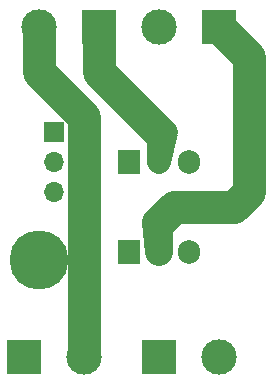
<source format=gbr>
%TF.GenerationSoftware,KiCad,Pcbnew,(5.1.10)-1*%
%TF.CreationDate,2022-01-11T17:46:35-08:00*%
%TF.ProjectId,lowering platform,6c6f7765-7269-46e6-9720-706c6174666f,rev?*%
%TF.SameCoordinates,Original*%
%TF.FileFunction,Copper,L2,Bot*%
%TF.FilePolarity,Positive*%
%FSLAX46Y46*%
G04 Gerber Fmt 4.6, Leading zero omitted, Abs format (unit mm)*
G04 Created by KiCad (PCBNEW (5.1.10)-1) date 2022-01-11 17:46:35*
%MOMM*%
%LPD*%
G01*
G04 APERTURE LIST*
%TA.AperFunction,ComponentPad*%
%ADD10R,1.700000X1.700000*%
%TD*%
%TA.AperFunction,ComponentPad*%
%ADD11O,1.700000X1.700000*%
%TD*%
%TA.AperFunction,ComponentPad*%
%ADD12R,3.000000X3.000000*%
%TD*%
%TA.AperFunction,ComponentPad*%
%ADD13C,3.000000*%
%TD*%
%TA.AperFunction,ComponentPad*%
%ADD14R,1.905000X2.000000*%
%TD*%
%TA.AperFunction,ComponentPad*%
%ADD15O,1.905000X2.000000*%
%TD*%
%TA.AperFunction,ViaPad*%
%ADD16C,5.000000*%
%TD*%
%TA.AperFunction,Conductor*%
%ADD17C,2.030000*%
%TD*%
%TA.AperFunction,Conductor*%
%ADD18C,2.760000*%
%TD*%
%TA.AperFunction,Conductor*%
%ADD19C,2.400000*%
%TD*%
%TA.AperFunction,Conductor*%
%ADD20C,0.250000*%
%TD*%
%TA.AperFunction,Conductor*%
%ADD21C,2.790000*%
%TD*%
G04 APERTURE END LIST*
D10*
%TO.P,J2,1*%
%TO.N,COM*%
X146050000Y-90170000D03*
D11*
%TO.P,J2,2*%
%TO.N,G_BRUSH*%
X146050000Y-92710000D03*
%TO.P,J2,3*%
%TO.N,G_LIGHT*%
X146050000Y-95250000D03*
%TD*%
D12*
%TO.P,J1,1*%
%TO.N,COM*%
X143510000Y-109220000D03*
D13*
%TO.P,J1,2*%
%TO.N,+12V*%
X148590000Y-109220000D03*
%TD*%
D12*
%TO.P,J3,2*%
%TO.N,D_BRUSH*%
X149860000Y-81280000D03*
D13*
%TO.P,J3,3*%
%TO.N,+5V*%
X154940000Y-81280000D03*
%TO.P,J3,1*%
%TO.N,+12V*%
X144780000Y-81280000D03*
D12*
%TO.P,J3,4*%
%TO.N,D_LIGHT*%
X160020000Y-81280000D03*
%TD*%
D13*
%TO.P,J4,2*%
%TO.N,+5V*%
X160020000Y-109220000D03*
D12*
%TO.P,J4,1*%
%TO.N,COM*%
X154940000Y-109220000D03*
%TD*%
D14*
%TO.P,Q1,1*%
%TO.N,G_BRUSH*%
X152400000Y-92710000D03*
D15*
%TO.P,Q1,2*%
%TO.N,D_BRUSH*%
X154940000Y-92710000D03*
%TO.P,Q1,3*%
%TO.N,COM*%
X157480000Y-92710000D03*
%TD*%
%TO.P,Q2,3*%
%TO.N,COM*%
X157480000Y-100330000D03*
%TO.P,Q2,2*%
%TO.N,D_LIGHT*%
X154940000Y-100330000D03*
D14*
%TO.P,Q2,1*%
%TO.N,G_LIGHT*%
X152400000Y-100330000D03*
%TD*%
D16*
%TO.N,*%
X144780000Y-101000000D03*
%TD*%
D17*
%TO.N,D_BRUSH*%
X154940000Y-92710000D02*
X155500000Y-90170000D01*
D18*
%TO.N,+12V*%
X144780000Y-81280000D02*
X144780000Y-85090000D01*
X144780000Y-85090000D02*
X148590000Y-88900000D01*
X148590000Y-88900000D02*
X148590000Y-109220000D01*
D17*
%TO.N,D_BRUSH*%
X154940000Y-92710000D02*
X154940000Y-90170000D01*
D18*
X149860000Y-85090000D02*
X149860000Y-81280000D01*
X154940000Y-90170000D02*
X149860000Y-85090000D01*
D19*
%TO.N,D_LIGHT*%
X154940000Y-100330000D02*
X154700000Y-97790000D01*
D20*
X161290000Y-82550000D02*
X160020000Y-81280000D01*
D21*
X160020000Y-81280000D02*
X162560000Y-83820000D01*
X162560000Y-95250000D02*
X162560000Y-83820000D01*
D19*
X154940000Y-100330000D02*
X154940000Y-97790000D01*
D21*
X154940000Y-97790000D02*
X156210000Y-96520000D01*
X156210000Y-96520000D02*
X161290000Y-96520000D01*
X161290000Y-96520000D02*
X162560000Y-95250000D01*
%TD*%
M02*

</source>
